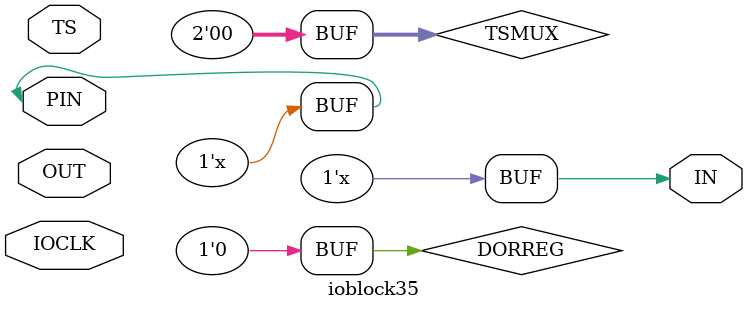
<source format=v>
module ioblock35(
	       inout  PIN,
	       input  TS,
	       input  OUT,
	       output IN,
	       input IOCLK
	       );
   
   reg 		     D;
   reg [2-1:0] 	     TSMUX;
   reg 		     DORREG;

   assign PIN = ( TSMUX == 2'b00 ) ? 1'bz : (( TSMUX == 2'b01 && TS == 1'b1 ) ? OUT : (( TSMUX == 2'b01 && TS == 1'b0 ) ? 1'bz : OUT));
   assign IN  = ( DORREG == 1'b0 ) ? PIN  : D;
   
   initial
     begin
	D=1'b0;
	TSMUX=2'b00;
	DORREG=1'b0;
     end
   
   always @(posedge IOCLK) D=PIN;
   
endmodule       

</source>
